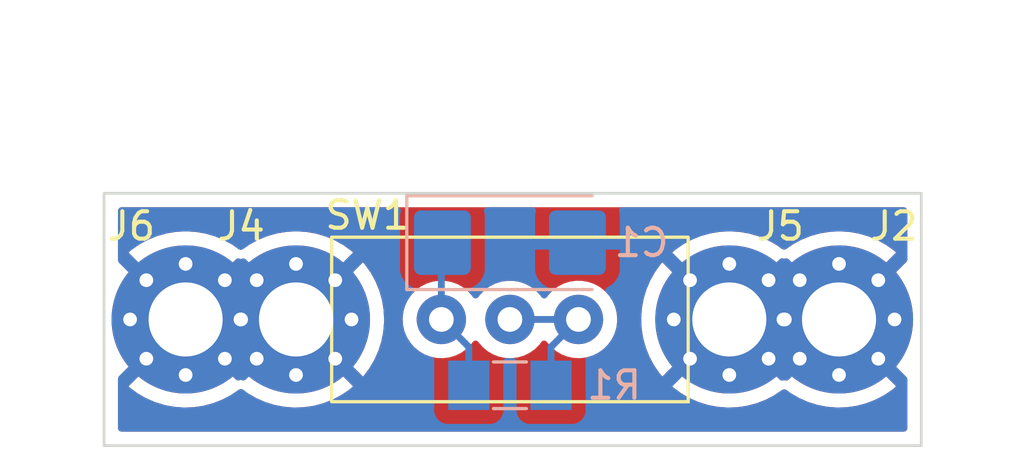
<source format=kicad_pcb>
(kicad_pcb (version 20211014) (generator pcbnew)
  (layers (0 "F.Cu" signal) (31 "B.Cu" signal) (34 "B.Paste" user) (35 "F.Paste" user) (36 "B.SilkS" user "B.Silkscreen") (37 "F.SilkS" user "F.Silkscreen") (38 "B.Mask" user) (39 "F.Mask" user) (44 "Edge.Cuts" user))
  (net 0 "")
  (net 1 "Net-(C1-Pad1)")
  (net 2 "GND")
  (net 3 "Net-(R1-Pad1)")
  (footprint "lavalier_switch:MFP 1220" (layer "F.Cu") (at 120 96 180)
    (fp_text reference "SW1" (at 5.2 3.8 unlocked) (layer "F.SilkS"))
    (fp_text value "SW_DPDT_x2")
    (fp_rect (start -6.5 -3) (end 6.5 3) (layer "F.SilkS") (width 0.12) (fill none))
    (pad "1" thru_hole circle (at -2.5 0 180) (size 1.8 1.8) (drill 0.9) (layers *.Cu *.Mask) (net 3 "Net-(R1-Pad1)"))
    (pad "2" thru_hole circle (at 0 0 180) (size 1.8 1.8) (drill 0.9) (layers *.Cu *.Mask) (net 3 "Net-(R1-Pad1)"))
    (pad "3" thru_hole circle (at 2.5 0 180) (size 1.8 1.8) (drill 0.9) (layers *.Cu *.Mask) (net 1 "Net-(C1-Pad1)"))
  )
  (footprint "MountingHole:MountingHole_2.7mm_Pad_Via" (layer "F.Cu") (at 112.2 96)
    (fp_text reference "J4" (at -2 -3.4) (layer "F.SilkS"))
    (fp_text value "Conn_01x01_Male")
    (pad "1" thru_hole circle (at -1.431891 1.431891) (size 0.8 0.8) (drill 0.5) (layers *.Cu *.Mask) (net 2 "GND"))
    (pad "1" thru_hole circle (at 0 0) (size 5.4 5.4) (drill 2.7) (layers *.Cu *.Mask) (net 2 "GND"))
    (pad "1" thru_hole circle (at 1.431891 -1.431891) (size 0.8 0.8) (drill 0.5) (layers *.Cu *.Mask) (net 2 "GND"))
    (pad "1" thru_hole circle (at 0 2.025) (size 0.8 0.8) (drill 0.5) (layers *.Cu *.Mask) (net 2 "GND"))
    (pad "1" thru_hole circle (at 2.025 0) (size 0.8 0.8) (drill 0.5) (layers *.Cu *.Mask) (net 2 "GND"))
    (pad "1" thru_hole circle (at -1.431891 -1.431891) (size 0.8 0.8) (drill 0.5) (layers *.Cu *.Mask) (net 2 "GND"))
    (pad "1" thru_hole circle (at -2.025 0) (size 0.8 0.8) (drill 0.5) (layers *.Cu *.Mask) (net 2 "GND"))
    (pad "1" thru_hole circle (at 0 -2.025) (size 0.8 0.8) (drill 0.5) (layers *.Cu *.Mask) (net 2 "GND"))
    (pad "1" thru_hole circle (at 1.431891 1.431891) (size 0.8 0.8) (drill 0.5) (layers *.Cu *.Mask) (net 2 "GND"))
  )
  (footprint "MountingHole:MountingHole_2.7mm_Pad_Via" (layer "F.Cu") (at 108.175 96)
    (fp_text reference "J6" (at -1.975 -3.4) (layer "F.SilkS"))
    (fp_text value "Conn_01x01_Male")
    (pad "1" thru_hole circle (at 1.431891 1.431891) (size 0.8 0.8) (drill 0.5) (layers *.Cu *.Mask) (net 2 "GND"))
    (pad "1" thru_hole circle (at 0 2.025) (size 0.8 0.8) (drill 0.5) (layers *.Cu *.Mask) (net 2 "GND"))
    (pad "1" thru_hole circle (at -2.025 0) (size 0.8 0.8) (drill 0.5) (layers *.Cu *.Mask) (net 2 "GND"))
    (pad "1" thru_hole circle (at 2.025 0) (size 0.8 0.8) (drill 0.5) (layers *.Cu *.Mask) (net 2 "GND"))
    (pad "1" thru_hole circle (at -1.431891 -1.431891) (size 0.8 0.8) (drill 0.5) (layers *.Cu *.Mask) (net 2 "GND"))
    (pad "1" thru_hole circle (at 1.431891 -1.431891) (size 0.8 0.8) (drill 0.5) (layers *.Cu *.Mask) (net 2 "GND"))
    (pad "1" thru_hole circle (at 0 0) (size 5.4 5.4) (drill 2.7) (layers *.Cu *.Mask) (net 2 "GND"))
    (pad "1" thru_hole circle (at 0 -2.025) (size 0.8 0.8) (drill 0.5) (layers *.Cu *.Mask) (net 2 "GND"))
    (pad "1" thru_hole circle (at -1.431891 1.431891) (size 0.8 0.8) (drill 0.5) (layers *.Cu *.Mask) (net 2 "GND"))
  )
  (footprint "MountingHole:MountingHole_2.7mm_Pad_Via" (layer "F.Cu") (at 132 96)
    (fp_text reference "J2" (at 2 -3.4) (layer "F.SilkS"))
    (fp_text value "Conn_01x01_Male")
    (pad "1" thru_hole circle (at -2.025 0) (size 0.8 0.8) (drill 0.5) (layers *.Cu *.Mask) (net 2 "GND"))
    (pad "1" thru_hole circle (at 1.431891 -1.431891) (size 0.8 0.8) (drill 0.5) (layers *.Cu *.Mask) (net 2 "GND"))
    (pad "1" thru_hole circle (at 0 -2.025) (size 0.8 0.8) (drill 0.5) (layers *.Cu *.Mask) (net 2 "GND"))
    (pad "1" thru_hole circle (at -1.431891 -1.431891) (size 0.8 0.8) (drill 0.5) (layers *.Cu *.Mask) (net 2 "GND"))
    (pad "1" thru_hole circle (at -1.431891 1.431891) (size 0.8 0.8) (drill 0.5) (layers *.Cu *.Mask) (net 2 "GND"))
    (pad "1" thru_hole circle (at 2.025 0) (size 0.8 0.8) (drill 0.5) (layers *.Cu *.Mask) (net 2 "GND"))
    (pad "1" thru_hole circle (at 0 2.025) (size 0.8 0.8) (drill 0.5) (layers *.Cu *.Mask) (net 2 "GND"))
    (pad "1" thru_hole circle (at 0 0) (size 5.4 5.4) (drill 2.7) (layers *.Cu *.Mask) (net 2 "GND"))
    (pad "1" thru_hole circle (at 1.431891 1.431891) (size 0.8 0.8) (drill 0.5) (layers *.Cu *.Mask) (net 2 "GND"))
  )
  (footprint "MountingHole:MountingHole_2.7mm_Pad_Via" (layer "F.Cu") (at 128 96)
    (fp_text reference "J5" (at 1.858 -3.4) (layer "F.SilkS"))
    (fp_text value "Conn_01x01_Male")
    (pad "1" thru_hole circle (at 0 0) (size 5.4 5.4) (drill 2.7) (layers *.Cu *.Mask) (net 2 "GND"))
    (pad "1" thru_hole circle (at -2.025 0) (size 0.8 0.8) (drill 0.5) (layers *.Cu *.Mask) (net 2 "GND"))
    (pad "1" thru_hole circle (at 1.431891 -1.431891) (size 0.8 0.8) (drill 0.5) (layers *.Cu *.Mask) (net 2 "GND"))
    (pad "1" thru_hole circle (at -1.431891 1.431891) (size 0.8 0.8) (drill 0.5) (layers *.Cu *.Mask) (net 2 "GND"))
    (pad "1" thru_hole circle (at 0 2.025) (size 0.8 0.8) (drill 0.5) (layers *.Cu *.Mask) (net 2 "GND"))
    (pad "1" thru_hole circle (at 0 -2.025) (size 0.8 0.8) (drill 0.5) (layers *.Cu *.Mask) (net 2 "GND"))
    (pad "1" thru_hole circle (at 1.431891 1.431891) (size 0.8 0.8) (drill 0.5) (layers *.Cu *.Mask) (net 2 "GND"))
    (pad "1" thru_hole circle (at 2.025 0) (size 0.8 0.8) (drill 0.5) (layers *.Cu *.Mask) (net 2 "GND"))
    (pad "1" thru_hole circle (at -1.431891 -1.431891) (size 0.8 0.8) (drill 0.5) (layers *.Cu *.Mask) (net 2 "GND"))
  )
  (footprint "Capacitor_Tantalum_SMD:CP_EIA-6032-15_Kemet-U" (layer "B.Cu") (at 120 93.2)
    (fp_text reference "C1" (at 4.8 0) (layer "B.SilkS") (effects (justify mirror)))
    (fp_text value "22u 10V")
    (fp_line (start 3 1.71) (end -3.76 1.71) (layer "B.SilkS") (width 0.12))
    (fp_line (start -3.76 -1.71) (end 3 -1.71) (layer "B.SilkS") (width 0.12))
    (fp_line (start -3.76 1.71) (end -3.76 -1.71) (layer "B.SilkS") (width 0.12))
    (pad "1" smd roundrect (at -2.4625 0) (size 2.075 2.35) (layers "B.Cu" "B.Paste" "B.Mask") (roundrect_rratio 0.120482) (net 1 "Net-(C1-Pad1)"))
    (pad "2" smd roundrect (at 2.4625 0) (size 2.075 2.35) (layers "B.Cu" "B.Paste" "B.Mask") (roundrect_rratio 0.120482) (net 2 "GND"))
  )
  (footprint "Resistor_SMD:R_MiniMELF_MMA-0204" (layer "B.Cu") (at 120 98.4 180)
    (fp_text reference "R1" (at -3.8 0) (layer "B.SilkS") (effects (justify mirror)))
    (fp_text value "10k")
    (fp_line (start 0.6 -0.85) (end -0.6 -0.85) (layer "B.SilkS") (width 0.12))
    (fp_line (start -0.6 0.85) (end 0.6 0.85) (layer "B.SilkS") (width 0.12))
    (pad "1" smd rect (at -1.5 0 180) (size 1.5 1.8) (layers "B.Cu" "B.Paste" "B.Mask") (net 3 "Net-(R1-Pad1)"))
    (pad "2" smd rect (at 1.5 0 180) (size 1.5 1.8) (layers "B.Cu" "B.Paste" "B.Mask") (net 1 "Net-(C1-Pad1)"))
  )
  (gr_rect (start 105.2 91.4) (end 135 100.6) (layer "Edge.Cuts") (width 0.1) (fill none))
  (segment (start 118.5 98.4) (end 118.5 97) (width 0.25) (layer "B.Cu") (net 1))
  (segment (start 117.5 93.2375) (end 117.5 96) (width 0.25) (layer "B.Cu") (net 1))
  (segment (start 117.5375 93.2) (end 117.5 93.2375) (width 0.25) (layer "B.Cu") (net 1))
  (segment (start 118.5 97) (end 117.5 96) (width 0.25) (layer "B.Cu") (net 1))
  (segment (start 121.5 97) (end 122.5 96) (width 0.25) (layer "B.Cu") (net 3))
  (segment (start 121.5 98.4) (end 121.5 97) (width 0.25) (layer "B.Cu") (net 3))
  (segment (start 122.5 96) (end 120 96) (width 0.25) (layer "B.Cu") (net 3))
  (zone (net 2) (net_name "GND") (layers F&B.Cu) (connect_pads (clearance 0.508)) (min_thickness 0.254) (fill yes (thermal_gap 0.508) (thermal_bridge_width 0.508))
    (polygon (pts (xy 135 100.6) (xy 105.2 100.6) (xy 105.2 91.4) (xy 135 91.4)))
  )
)
</source>
